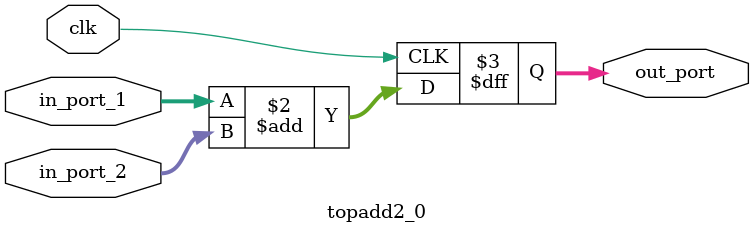
<source format=v>
module topadd2_0(
input wire [31:0] in_port_1,
input wire [31:0] in_port_2,
input wire clk,
output reg [31:0] out_port 
);


always @(posedge clk) begin: topEntry

out_port <= (in_port_1) + (in_port_2);
end // topEntry
endmodule // topadd2_0
</source>
